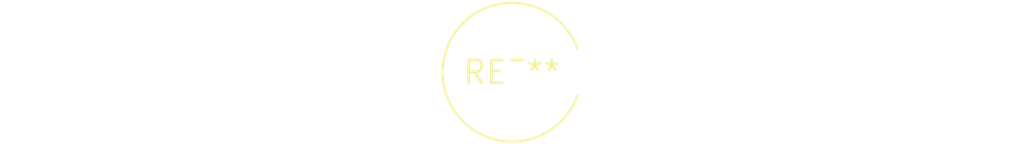
<source format=kicad_pcb>
(kicad_pcb (version 20240108) (generator pcbnew)
  (layers (0 "F.Cu" signal) (31 "B.Cu" signal) (34 "B.Paste" user) (35 "F.Paste" user) (36 "B.SilkS" user "B.Silkscreen") (37 "F.SilkS" user "F.Silkscreen") (38 "B.Mask" user) (39 "F.Mask" user) (44 "Edge.Cuts" user))
  (net 0 "")
  (footprint "L_Axial_L24.0mm_D7.5mm_P5.08mm_Vertical_Fastron_MESC" (layer "F.Cu") (at 0 0)
    (property "Reference" "REF**")
    (property "Value" "L_Axial_L24.0mm_D7.5mm_P5.08mm_Vertical_Fastron_MESC")
    (fp_arc (start 3.637925 1.32) (mid -3.87 0) (end 3.637925 -1.32) (layer "F.SilkS") (stroke (width 0.12)))
    (pad "1" thru_hole circle (at 0 0) (size 2.4 2.4) (drill 1.2) (layers *.Cu *.Mask) (remove_unused_layers))
    (pad "2" thru_hole oval (at 5.08 0) (size 2.4 2.4) (drill 1.2) (layers *.Cu *.Mask) (remove_unused_layers))
  )
)
</source>
